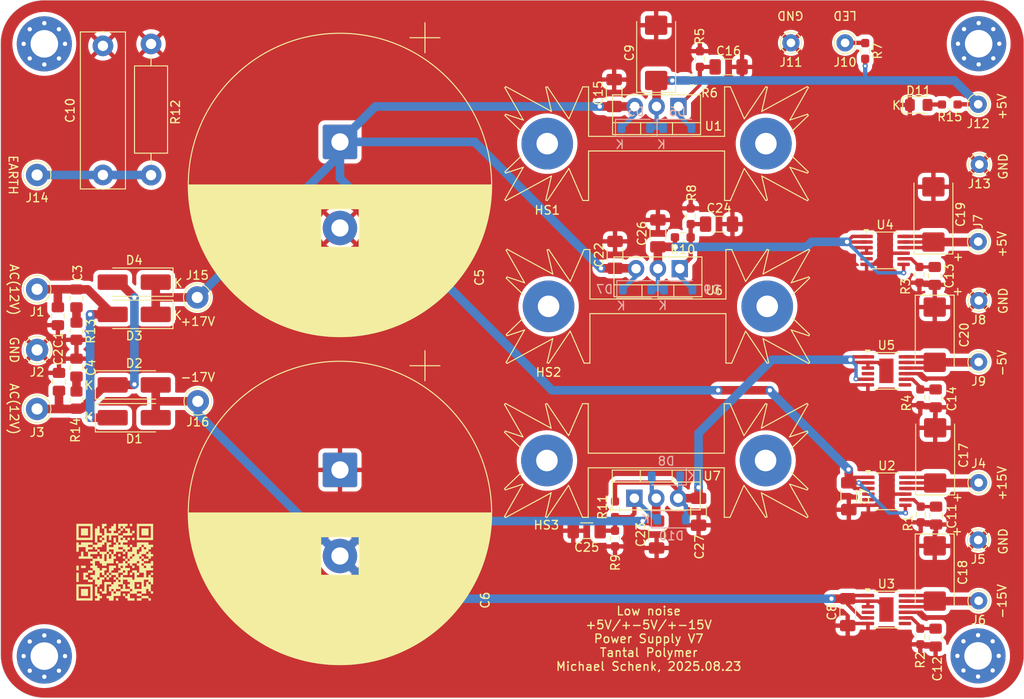
<source format=kicad_pcb>
(kicad_pcb (version 20241229) (generator "pcbnew") (generator_version "9.0")
  (layers (0 "F.Cu" signal) (2 "B.Cu" signal) (13 "F.Paste" user) (15 "B.Paste" user) (5 "F.SilkS" user "F.Silkscreen") (7 "B.SilkS" user "B.Silkscreen") (1 "F.Mask" user) (3 "B.Mask" user) (25 "Edge.Cuts" user))
  (net 0 "")
  (net 1 "+17V")
  (net 2 "Net-(D1-K)")
  (net 3 "Net-(D2-K)")
  (net 4 "GND")
  (net 5 "-17V")
  (net 6 "Net-(D5-A)")
  (net 7 "Net-(J14-Pin_1)")
  (net 8 "Net-(U2-SET)")
  (net 9 "Net-(U3-SET)")
  (net 10 "Net-(U4-SET)")
  (net 11 "Net-(U5-SET)")
  (net 12 "Net-(C3-Pad2)")
  (net 13 "Net-(C4-Pad2)")
  (net 14 "Net-(D6-A)")
  (net 15 "Net-(J4-Pin_1)")
  (net 16 "Net-(J6-Pin_1)")
  (net 17 "Net-(J7-Pin_1)")
  (net 18 "Net-(J9-Pin_1)")
  (net 19 "Net-(D9-A)")
  (net 20 "Net-(D10-K)")
  (net 21 "Net-(D7-A)")
  (net 22 "Net-(D10-A)")
  (net 23 "Net-(J10-Pin_1)")
  (net 30 "Net-(D11-A)")
  (footprint "Capacitor_SMD:C_0805_2012Metric_Pad1.18x1.45mm_HandSolder" (layer "F.Cu") (at 108.712 86.2367 -90)
    (property "Reference" "C1")
    (property "Value" "Cx/10nF/50V")
  )
  (footprint "Capacitor_SMD:C_0805_2012Metric_Pad1.18x1.45mm_HandSolder" (layer "F.Cu") (at 108.839 93.8567 -90)
    (property "Reference" "C2")
    (property "Value" "Cx/10nF/50V")
  )
  (footprint "Capacitor_SMD:C_0805_2012Metric_Pad1.18x1.45mm_HandSolder" (layer "F.Cu") (at 110.871 84.1617 -90)
    (property "Reference" "C3")
    (property "Value" "Cs/50V")
  )
  (footprint "Capacitor_SMD:C_0805_2012Metric_Pad1.18x1.45mm_HandSolder" (layer "F.Cu") (at 110.871 92.2057 -90)
    (property "Reference" "C4")
    (property "Value" "Cs/50V")
  )
  (footprint "Capacitor_THT:CP_Radial_D35.0mm_P10.00mm_SnapIn" (layer "F.Cu") (at 141.478 65.9892 -90)
    (property "Reference" "C5")
    (property "Value" "22000uF/25VDC")
  )
  (footprint "Capacitor_THT:CP_Radial_D35.0mm_P10.00mm_SnapIn" (layer "F.Cu") (at 141.478 104.0892 -90)
    (property "Reference" "C6")
    (property "Value" "22000uF/25VDC")
  )
  (footprint "Capacitor_SMD:C_1206_3216Metric_Pad1.33x1.80mm_HandSolder" (layer "F.Cu") (at 200.5838 107.1503 -90)
    (property "Reference" "C7")
    (property "Value" "4.7uF/100V")
  )
  (footprint "Capacitor_SMD:C_1206_3216Metric_Pad1.33x1.80mm_HandSolder" (layer "F.Cu") (at 200.4568 120.6123 90)
    (property "Reference" "C8")
    (property "Value" "4.7uF/100V")
  )
  (footprint "Capacitor_SMD:C_1206_3216Metric_Pad1.33x1.80mm_HandSolder" (layer "F.Cu") (at 173.3296 60.3119 90)
    (property "Reference" "C15")
    (property "Value" "4.7uF/100V")
  )
  (footprint "Capacitor_SMD:C_1206_3216Metric_Pad1.33x1.80mm_HandSolder" (layer "F.Cu") (at 186.6261 57.277)
    (property "Reference" "C16")
    (property "Value" "4.7uF/100V")
  )
  (footprint "Capacitor_Tantalum_SMD:CP_EIA-7343-31_Kemet-D_HandSolder" (layer "F.Cu") (at 210.6168 102.4057 90)
    (property "Reference" "C17")
    (property "Value" "47uF/25V")
  )
  (footprint "Capacitor_Tantalum_SMD:CP_EIA-7343-31_Kemet-D_HandSolder" (layer "F.Cu") (at 210.566 116.1217 -90)
    (property "Reference" "C18")
    (property "Value" "47uF/25V")
  )
  (footprint "Capacitor_Tantalum_SMD:CP_EIA-7343-31_Kemet-D_HandSolder" (layer "F.Cu") (at 210.4136 74.4149 90)
    (property "Reference" "C19")
    (property "Value" "47uF/25V")
  )
  (footprint "Capacitor_Tantalum_SMD:CP_EIA-7343-31_Kemet-D_HandSolder" (layer "F.Cu") (at 210.566 88.3849 -90)
    (property "Reference" "C20")
    (property "Value" "47uF/25V")
  )
  (footprint "Capacitor_SMD:C_1206_3216Metric_Pad1.33x1.80mm_HandSolder" (layer "F.Cu") (at 173.4312 79.1079 90)
    (property "Reference" "C22")
    (property "Value" "4.7uF/100V")
  )
  (footprint "Capacitor_SMD:C_1206_3216Metric_Pad1.33x1.80mm_HandSolder" (layer "F.Cu") (at 185.5093 75.5396)
    (property "Reference" "C24")
    (property "Value" "4.7uF/100V")
  )
  (footprint "Capacitor_SMD:C_1206_3216Metric_Pad1.33x1.80mm_HandSolder" (layer "F.Cu") (at 178.4096 76.6187 90)
    (property "Reference" "C26")
    (property "Value" "4.7uF/100V")
  )
  (footprint "Diode_SMD:D_SMA_Handsoldering" (layer "F.Cu") (at 117.5785 98.0262)
    (property "Reference" "D1")
    (property "Value" "BYG20D")
  )
  (footprint "Diode_SMD:D_SMA_Handsoldering" (layer "F.Cu") (at 117.5785 94.2162)
    (property "Reference" "D2")
    (property "Value" "BYG20D")
  )
  (footprint "Diode_SMD:D_SMA_Handsoldering" (layer "F.Cu") (at 117.5785 86.0247 180)
    (property "Reference" "D3")
    (property "Value" "BYG20D")
  )
  (footprint "Diode_SMD:D_SMA_Handsoldering" (layer "F.Cu") (at 117.5785 82.2782 180)
    (property "Reference" "D4")
    (property "Value" "BYG20D")
  )
  (footprint "MountingHole:MountingHole_3.2mm_M3_Pad_Via" (layer "F.Cu") (at 107.1372 54.5976)
    (property "Reference" "H1" (hide yes))
    (property "Value" "MountingHole")
  )
  (footprint "MountingHole:MountingHole_3.2mm_M3_Pad_Via" (layer "F.Cu") (at 215.6714 54.5846)
    (property "Reference" "H2" (hide yes))
    (property "Value" "MountingHole")
  )
  (footprint "MountingHole:MountingHole_3.2mm_M3_Pad_Via" (layer "F.Cu") (at 215.599944 125.6916)
    (property "Reference" "H3" (hide yes))
    (property "Value" "MountingHole")
  )
  (footprint "MountingHole:MountingHole_3.2mm_M3_Pad_Via" (layer "F.Cu") (at 107.1372 125.7176)
    (property "Reference" "H4" (hide yes))
    (property "Value" "MountingHole")
  )
  (footprint "Heatsink:Heatsink_Fischer_SK104-STC-STIC_35x13mm_2xDrill2.5mm" (layer "F.Cu") (at 178.2572 66.1924 180)
    (property "Reference" "HS1")
    (property "Value" "Heatsink")
  )
  (footprint "Heatsink:Heatsink_Fischer_SK104-STC-STIC_35x13mm_2xDrill2.5mm" (layer "F.Cu") (at 178.4096 85.09)
    (property "Reference" "HS2")
    (property "Value" "Heatsink")
  )
  (footprint "Connector_Pin:Pin_D1.3mm_L11.0mm" (layer "F.Cu") (at 106.299 83.1037)
    (property "Reference" "J1")
    (property "Value" "AC")
  )
  (footprint "Connector_Pin:Pin_D1.3mm_L11.0mm" (layer "F.Cu") (at 106.299 97.0102)
    (property "Reference" "J3")
    (property "Value" "AC")
  )
  (footprint "Connector_Pin:Pin_D1.0mm_L10.0mm" (layer "F.Cu") (at 215.6714 105.5751)
    (property "Reference" "J4")
    (property "Value" "+15V")
  )
  (footprint "Connector_Pin:Pin_D1.0mm_L10.0mm" (layer "F.Cu") (at 215.6206 112.2299)
    (property "Reference" "J5")
    (property "Value" "GND")
  )
  (footprint "Connector_Pin:Pin_D1.0mm_L10.0mm" (layer "F.Cu") (at 215.6714 119.2911)
    (property "Reference" "J6")
    (property "Value" "-15V")
  )
  (footprint "Connector_Pin:Pin_D1.0mm_L10.0mm" (layer "F.Cu") (at 215.6206 77.5716)
    (property "Reference" "J7")
    (property "Value" "+5V")
  )
  (footprint "Connector_Pin:Pin_D1.0mm_L10.0mm" (layer "F.Cu") (at 215.6841 84.4169)
    (property "Reference" "J8")
    (property "Value" "GND")
  )
  (footprint "Connector_Pin:Pin_D1.0mm_L10.0mm" (layer "F.Cu") (at 215.6714 91.5543)
    (property "Reference" "J9")
    (property "Value" "-5V")
  )
  (footprint "Connector_Pin:Pin_D1.0mm_L10.0mm" (layer "F.Cu") (at 200.152 54.483)
    (property "Reference" "J10")
    (property "Value" "LED")
  )
  (footprint "Connector_Pin:Pin_D1.0mm_L10.0mm" (layer "F.Cu") (at 193.8655 54.483)
    (property "Reference" "J11")
    (property "Value" "GND")
  )
  (footprint "Connector_Pin:Pin_D1.0mm_L10.0mm" (layer "F.Cu") (at 215.6206 61.6204)
    (property "Reference" "J12")
    (property "Value" "+5V")
  )
  (footprint "Connector_Pin:Pin_D1.0mm_L10.0mm" (layer "F.Cu") (at 215.7476 68.6054)
    (property "Reference" "J13")
    (property "Value" "GND")
  )
  (footprint "Resistor_SMD:R_0603_1608Metric_Pad0.98x0.95mm_HandSolder" (layer "F.Cu") (at 208.9404 109.2689 -90)
    (property "Reference" "R1")
    (property "Value" "150k")
  )
  (footprint "Resistor_SMD:R_0603_1608Metric_Pad0.98x0.95mm_HandSolder" (layer "F.Cu") (at 208.8896 123.4421 90)
    (property "Reference" "R2")
    (property "Value" "150k")
  )
  (footprint "Resistor_SMD:R_0603_1608Metric_Pad0.98x0.95mm_HandSolder" (layer "F.Cu") (at 208.788 81.4305 -90)
    (property "Reference" "R3")
    (property "Value" "49.9k")
  )
  (footprint "Resistor_SMD:R_0603_1608Metric_Pad0.98x0.95mm_HandSolder" (layer "F.Cu") (at 208.8896 95.6545 90)
    (property "Reference" "R4")
    (property "Value" "49.9k")
  )
  (footprint "Resistor_SMD:R_0603_1608Metric_Pad0.98x0.95mm_HandSolder" (layer "F.Cu") (at 183.2856 56.3645 90)
    (property "Reference" "R5")
    (property "Value" "750R")
  )
  (footprint "Resistor_SMD:R_0603_1608Metric_Pad0.98x0.95mm_HandSolder" (layer "F.Cu") (at 182.3693 58.848)
    (property "Reference" "R6")
    (property "Value" "249R")
  )
  (footprint "Resistor_SMD:R_0603_1608Metric_Pad0.98x0.95mm_HandSolder" (layer "F.Cu") (at 202.4888 55.4209 -90)
    (property "Reference" "R7")
    (property "Value" "240R")
  )
  (footprint "Resistor_SMD:R_0603_1608Metric_Pad0.98x0.95mm_HandSolder" (layer "F.Cu") (at 182.2196 74.6271 90)
    (property "Reference" "R8")
    (property "Value" "910R")
  )
  (footprint "Resistor_SMD:R_0603_1608Metric_Pad0.98x0.95mm_HandSolder" (layer "F.Cu") (at 181.3033 77.0636)
    (property "Reference" "R10")
    (property "Value" "240R")
  )
  (footprint "Package_TO_SOT_THT:TO-220-3_Vertical" (layer "F.Cu") (at 180.7972 61.8744 180)
    (property "Reference" "U1")
    (property "Value" "LM317_TO-220")
  )
  (footprint "Package_SO:MSOP-12-1EP_3x4.039mm_P0.65mm_EP1.651x2.845mm" (layer "F.Cu") (at 205.0071 106.5755)
    (property "Reference" "U2")
    (property "Value" "LT3045xMSE")
  )
  (footprint "Package_SO:MSOP-12-1EP_3x4.039mm_P0.65mm_EP1.651x2.845mm" (layer "F.Cu") (at 204.9563 120.308)
    (property "Reference" "U3")
    (property "Value" "LT3094xMSE")
  )
  (footprint "Package_SO:MSOP-12-1EP_3x4.039mm_P0.65mm_EP1.651x2.845mm" (layer "F.Cu") (at 204.8002 78.5914)
    (property "Reference" "U4")
    (property "Value" "LT3045xMSE")
  )
  (footprint "Package_SO:MSOP-12-1EP_3x4.039mm_P0.65mm_EP1.651x2.845mm" (layer "F.Cu") (at 204.9526 92.583)
    (property "Reference" "U5")
    (property "Value" "LT3094xMSE")
  )
  (footprint "Package_TO_SOT_THT:TO-220-3_Vertical" (layer "F.Cu") (at 180.9496 80.7085 180)
    (property "Reference" "U6")
    (property "Value" "LM317_TO-220")
  )
  (footprint "Capacitor_THT:C_Rect_L18.0mm_W5.0mm_P15.00mm_FKS3_FKP3" (layer "F.Cu") (at 113.9444 54.8316 -90)
    (property "Reference" "C10")
    (property "Value" "2.2nF/2kV")
  )
  (footprint "Connector_Pin:Pin_D1.3mm_L11.0mm" (layer "F.Cu") (at 106.299 69.8322)
    (property "Reference" "J14")
    (property "Value" "EARTH")
  )
  (footprint "Resistor_THT:R_Axial_DIN0411_L9.9mm_D3.6mm_P15.24mm_Horizontal" (layer "F.Cu") (at 119.5324 54.61 -90)
    (property "Reference" "R12")
    (property "Value" "100R/2W")
  )
  (footprint "Capacitor_SMD:C_0805_2012Metric_Pad1.18x1.45mm_HandSolder" (layer "F.Cu") (at 210.7184 109.3939 -90)
    (property "Reference" "C11")
    (property "Value" "470nF/50V")
  )
  (footprint "Capacitor_SMD:C_0805_2012Metric_Pad1.18x1.45mm_HandSolder" (layer "F.Cu") (at 210.6676 123.5671 90)
    (property "Reference" "C12")
    (property "Value" "470nF/50V")
  )
  (footprint "Capacitor_SMD:C_0805_2012Metric_Pad1.18x1.45mm_HandSolder" (layer "F.Cu") (at 210.566 81.5555 -90)
    (property "Reference" "C13")
    (property "Value" "470nF/50V")
  )
  (footprint "Capacitor_SMD:C_0805_2012Metric_Pad1.18x1.45mm_HandSolder" (layer "F.Cu") (at 210.6676 95.7795 90)
    (property "Reference" "C14")
    (property "Value" "470nF/50V")
  )
  (footprint "Resistor_SMD:R_0603_1608Metric_Pad0.98x0.95mm_HandSolder" (layer "F.Cu") (at 173.4312 108.6631 90)
    (property "Reference" "R11")
    (property "Value" "240R")
  )
  (footprint "Resistor_SMD:R_0603_1608Metric_Pad0.98x0.95mm_HandSolder" (layer "F.Cu") (at 173.4312 112.0629 90)
    (property "Reference" "R9")
    (property "Value" "910R")
  )
  (footprint "Package_TO_SOT_THT:TO-220-3_Vertical" (layer "F.Cu") (at 175.6791 107.3785)
    (property "Reference" "U7")
    (property "Value" "LM337_TO220")
  )
  (footprint "Heatsink:Heatsink_Fischer_SK104-STC-STIC_35x13mm_2xDrill2.5mm" (layer "F.Cu") (at 178.2191 102.997)
    (property "Reference" "HS3")
    (property "Value" "Heatsink")
  )
  (footprint "Capacitor_SMD:C_1206_3216Metric_Pad1.33x1.80mm_HandSolder" (layer "F.Cu") (at 178.2572 111.5953 90)
    (property "Reference" "C23")
    (property "Value" "4.7uF/100V")
  )
  (footprint "Capacitor_SMD:C_1206_3216Metric_Pad1.33x1.80mm_HandSolder" (layer "F.Cu") (at 170.1415 111.1504)
    (property "Reference" "C25")
    (property "Value" "4.7uF/100V")
  )
  (footprint "Capacitor_SMD:C_1206_3216Metric_Pad1.33x1.80mm_HandSolder" (layer "F.Cu") (at 183.134 108.9537 90)
    (property "Reference" "C27")
    (property "Value" "4.7uF/100V")
  )
  (footprint "Connector_Pin:Pin_D1.3mm_L11.0mm" (layer "F.Cu") (at 124.9045 84.0562)
    (property "Reference" "J15")
    (property "Value" "+17V")
  )
  (footprint "Connector_Pin:Pin_D1.3mm_L11.0mm" (layer "F.Cu") (at 124.968 96.1212)
    (property "Reference" "J16")
    (property "Value" "-17V")
  )
  (footprint "Connector_Pin:Pin_D1.3mm_L11.0mm" (layer "F.Cu") (at 106.299 90.1522)
    (property "Reference" "J2")
    (property "Value" "GND")
  )
  (footprint "Resistor_SMD:R_0603_1608Metric_Pad0.98x0.95mm_HandSolder" (layer "F.Cu") (at 212.3167 61.6458 180)
    (property "Reference" "R15")
    (property "Value" "330R")
  )
  (footprint "Capacitor_Tantalum_SMD:CP_EIA-7343-31_Kemet-D_HandSolder" (layer "F.Cu") (at 178.2064 55.6443 90)
    (property "Reference" "C9")
    (property "Value" "47uF/25V")
  )
  (footprint "Resistor_SMD:R_0805_2012Metric_Pad1.20x1.40mm_HandSolder" (layer "F.Cu") (at 110.871 95.9782 -90)
    (property "Reference" "R14")
    (property "Value" "Rs/1/8W")
  )
  (footprint "Resistor_SMD:R_0805_2012Metric_Pad1.20x1.40mm_HandSolder" (layer "F.Cu") (at 110.871 87.9772 -90)
    (property "Reference" "R13")
    (property "Value" "Rs/1/8W")
  )
  (footprint "LOGO" (layer "F.Cu") (at 115.316 114.808)
    (property "Reference" "G***" (hide yes))
    (property "Value" "LOGO" (hide yes))
  )
  (footprint "LED_SMD:LED_0805_2012Metric_Pad1.15x1.40mm_HandSolder" (layer "F.Cu") (at 208.7028 61.6966)
    (property "Reference" "D11")
    (property "Value" "LED")
  )
  (footprint "Diode_SMD:D_SOD-123" (layer "B.Cu") (at 175.8432 64.3636)
    (property "Reference" "D5")
    (property "Value" "1N4148W")
  )
  (footprint "Diode_SMD:D_SOD-123" (layer "B.Cu") (at 180.6692 64.3636)
    (property "Reference" "D6")
    (property "Value" "1N4148W")
  )
  (footprint "Diode_SMD:D_SOD-123" (layer "B.Cu") (at 175.9976 83.1088)
    (property "Reference" "D7")
    (property "Value" "1N4148W")
  )
  (footprint "Diode_SMD:D_SOD-123" (layer "B.Cu") (at 180.7708 83.1088)
    (property "Reference" "D9")
    (property "Value" "1N4148W")
  )
  (footprint "Diode_SMD:D_SOD-123" (layer "B.Cu") (at 180.0088 109.8296)
    (property "Reference" "D10")
    (property "Value" "1N4148W")
  )
  (footprint "Diode_SMD:D_SOD-123" (layer "B.Cu") (at 179.3484 104.8512 180)
    (property "Reference" "D8")
    (property "Value" "1N4148W")
  )
  (gr_arc (start 215.9292 49.53) (mid 219.464734 50.994466) (end 220.9292 54.53) (stroke (width 0.05)) (layer "Edge.Cuts"))
  (gr_line (start 220.9292 54.53) (end 220.9292 125.556) (stroke (width 0.05)) (layer "Edge.Cuts"))
  (gr_arc (start 220.9292 125.556) (mid 219.464734 129.091534) (end 215.9292 130.556) (stroke (width 0.05)) (layer "Edge.Cuts"))
  (gr_arc (start 107.0572 130.556) (mid 103.521666 129.091534) (end 102.0572 125.556) (stroke (width 0.05)) (layer "Edge.Cuts"))
  (gr_line (start 102.0572 125.556) (end 102.0572 54.53) (stroke (width 0.05)) (layer "Edge.Cuts"))
  (gr_line (start 215.9292 130.556) (end 107.0572 130.556) (stroke (width 0.05)) (layer "Edge.Cuts"))
  (gr_arc (start 102.0572 54.53) (mid 103.521666 50.994466) (end 107.0572 49.53) (stroke (width 0.05)) (layer "Edge.Cuts"))
  (gr_line (start 107.0572 49.53) (end 215.9292 49.53) (stroke (width 0.05)) (layer "Edge.Cuts"))
  (gr_text "+17V" (at 124.968 86.8502 0) (layer "F.SilkS") (effects (font (size 1 1))))
  (gr_text "-17V" (at 124.968 93.3272 0) (layer "F.SilkS") (effects (font (size 1 1))))
  (gr_text "K" (at 122.6185 86.1517 0) (layer "F.SilkS") (effects (font (size 1 1))))
  (gr_text "K" (at 112.3315 94.2797 0) (layer "F.SilkS") (effects (font (size 1 1))))
  (gr_text "K" (at 112.3315 97.9627 0) (layer "F.SilkS") (effects (font (size 1 1))))
  (gr_text "AC(12V)" (at 103.632 83.1672 270) (layer "F.SilkS") (effects (font (size 1 1))))
  (gr_text "AC(12V)" (at 103.632 97.0102 270) (layer "F.SilkS") (effects (font (size 1 1))))
  (gr_text "EARTH" (at 103.505 69.8322 -90) (layer "F.SilkS") (effects (font (size 1 1))))
  (gr_text "GND" (at 193.802 51.308 180) (layer "F.SilkS") (effects (font (size 1 1))))
  (gr_text "LED" (at 200.152 51.308 180) (layer "F.SilkS") (effects (font (size 1 1))))
  (gr_text "+5V" (at 218.3892 77.8764 90) (layer "F.SilkS") (effects (font (size 1 1))))
  (gr_text "-5V" (at 218.3892 91.6686 90) (layer "F.SilkS") (effects (font (size 1 1))))
  (gr_text "GND" (at 218.5162 68.834 90) (layer "F.SilkS") (effects (font (size 1 1))))
  (gr_text "GND" (at 218.5162 84.455 90) (layer "F.SilkS") (effects (font (size 1 1))))
  (gr_text "GND" (at 218.5162 112.395 90) (layer "F.SilkS") (effects (font (size 1 1))))
  (gr_text "-15V" (at 218.3892 119.3546 90) (layer "F.SilkS") (effects (font (size 1 1))))
  (gr_text "+15V" (at 218.3892 105.6386 90) (layer "F.SilkS") (effects (font (size 1 1))))
  (gr_text "GND" (at 103.632 90.1522 270) (layer "F.SilkS") (effects (font (size 1 1))))
  (gr_text "K" (at 122.682 82.4052 0) (layer "F.SilkS") (effects (font (size 1 1))))
  (gr_text "+" (at 212.4964 107.823 0) (layer "F.SilkS") (effects (font (size 1 1)) (justify left bottom)))
  (gr_text "K" (at 206.121 61.7474 0) (layer "F.SilkS") (effects (font (size 1 1))))
  (gr_text "+" (at 212.5726 79.9084 0) (layer "F.SilkS") (effects (font (size 1 1)) (justify left bottom)))
  (gr_text "Low noise\n+5V/+-5V/+-15V\nPower Supply V7\nTantal Polymer\nMichael Schenk, 2025.08.23" (at 177.3428 123.698 0) (layer "F.SilkS") (effects (font (size 1 1))))
  (gr_text "+5V" (at 218.3892 61.8998 90) (layer "F.SilkS") (effects (font (size 1 1))))
  (gr_text "+" (at 212.4456 111.7854 0) (layer "F.SilkS") (effects (font (size 1 1)) (justify left bottom)))
  (gr_text "+" (at 212.5218 83.8962 0) (layer "F.SilkS") (effects (font (size 1 1)) (justify left bottom)))
  (gr_text "K" (at 182.3212 104.8004 -0) (layer "B.SilkS") (effects (font (size 1 1)) (justify mirror)))
  (gr_text "K" (at 176.9872 109.7788 -0) (layer "B.SilkS") (effects (font (size 1 1)) (justify mirror)))
  (gr_text "K" (at 174.1424 85.0392 -0) (layer "B.SilkS") (effects (font (size 1 1)) (justify mirror)))
  (gr_text "K" (at 178.9684 84.9884 -0) (layer "B.SilkS") (effects (font (size 1 1)) (justify mirror)))
  (gr_text "K" (at 173.99 66.294 -0) (layer "B.SilkS") (effects (font (size 1 1)) (justify mirror)))
  (gr_text "K" (at 178.816 66.294 -0) (layer "B.SilkS") (effects (font (size 1 1)) (justify mirror)))
  (segment (start 120.0785 84.0562) (end 120.0785 82.2782) (width 1) (layer "F.Cu") (net 1))
  (segment (start 175.8315 80.6704) (end 175.8696 80.7085) (width 1) (layer "F.Cu") (net 1))
  (segment (start 207.1571 108.2005) (end 207.1571 109.075) (width 0.4) (layer "F.Cu") (net 1))
  (segment (start 202.8571 105.6005) (end 201.7522 105.6005) (width 0.4) (layer "F.Cu") (net 1))
  (segment (start 200.5838 104.0638) (end 200.5584 104.0384) (width 1) (layer "F.Cu") (net 1))
  (segment (start 200.5838 105.5878) (end 200.5838 104.0638) (width 1) (layer "F.Cu") (net 1))
  (segment (start 173.3296 61.8744) (end 175.7172 61.8744) (width 1) (layer "F.Cu") (net 1))
  (segment (start 173.4312 80.6704) (end 171.8056 80.6704) (width 1) (layer "F.Cu") (net 1))
  (segment (start 173.3296 61.8744) (end 171.6532 61.8744) (width 1) (layer "F.Cu") (net 1))
  (segment (start 202.8571 106.2505) (end 201.2465 106.2505) (width 0.4) (layer "F.Cu") (net 1))
  (segment (start 124.9045 84.0562) (end 120.0785 84.0562) (width 1) (layer "F.Cu") (net 1))
  (segment (start 201.7522 105.6005) (end 200.5965 105.6005) (width 0.4) (layer "F.Cu") (net 1))
  (segment (start 173.4312 80.6704) (end 175.8315 80.6704) (width 1) (layer "F.Cu") (net 1))
  (segment (start 191.4144 94.8436) (end 185.42 94.8436) (width 1) (layer "F.Cu") (net 1))
  (segment (start 201.2465 106.2505) (end 200.5838 105.5878) (width 0.4) (layer "F.Cu") (net 1))
  (segment (start 207.1571 109.075) (end 207.1751 109.093) (width 0.4) (layer "F.Cu") (net 1))
  (segment (start 201.2211 104.9505) (end 200.5838 105.5878) (width 0.4) (layer "F.Cu") (net 1))
  (segment (start 202.8571 104.9505) (end 201.2211 104.9505) (width 0.4) (layer "F.Cu") (net 1))
  (segment (start 200.5965 105.6005) (end 200.5838 105.5878) (width 0.4) (layer "F.Cu") (net 1))
  (segment (start 202.8571 106.9005) (end 202.8571 106.2505) (width 0.4) (layer "F.Cu") (net 1))
  (segment (start 120.0785 86.0247) (end 120.0785 84.0562) (width 1) (layer "F.Cu") (net 1))
  (via (at 171.8056 80.6704) (size 1) (drill 0.5) (layers "F.Cu" "B.Cu") (net 1))
  (via (at 185.42 94.8436) (size 1) (drill 0.5) (layers "F.Cu" "B.Cu") (net 1))
  (via (at 200.5584 104.0384) (size 1) (drill 0.5) (layers "F.Cu" "B.Cu") (net 1))
  (via (at 201.7522 105.6005) (size 0.6) (drill 0.3) (layers "F.Cu" "B.Cu") (net 1))
  (via (at 191.4144 94.8436) (size 1) (drill 0.5) (layers "F.Cu" "B.Cu") (net 1))
  (via (at 207.1751 109.093) (size 0.6) (drill 0.3) (layers "F.Cu" "B.Cu") (net 1))
  (via (at 171.6532 61.8744) (size 1) (drill 0.5) (layers "F.Cu" "B.Cu") (net 1))
  (segment (start 175.8696 81.5868) (end 174.3476 83.1088) (width 0.5) (layer "B.Cu") (net 1))
  (segment (start 175.8696 80.7085) (end 175.8696 81.5868) (width 0.5) (layer "B.Cu") (net 1))
  (segment (start 166.116 94.8436) (end 141.478 70.2056) (width 1) (layer "B.Cu") (net 1))
  (segment (start 175.7172 61.8744) (end 175.7172 62.8396) (width 0.5) (layer "B.Cu") (net 1))
  (segment (start 171.6532 61.8744) (end 145.5928 61.8744) (width 1) (layer "B.Cu") (net 1))
  (segment (start 185.42 94.8436) (end 166.116 94.8436) (width 1) (layer "B.Cu") (net 1))
  (segment (start 191.4144 94.8436) (end 191.4144 94.8944) (width 1) (layer "B.Cu") (net 1))
  (segment (start 141.478 67.4827) (end 141.478 65.9892) (width 1) (layer "B.Cu") (net 1))
  (segment (start 175.7172 62.8396) (end 174.1932 64.3636) (width 0.5) (layer "B.Cu") (net 1))
  (segment (start 205.2447 109.093) (end 201.7522 105.6005) (width 0.4) (layer "B.Cu") (net 1))
  (segment (start 124.9045 84.0562) (end 141.478 67.4827) (width 1) (layer "B.Cu") (net 1))
  (segment (start 157.1244 65.9892) (end 141.478 65.9892) (width 1) (layer "B.Cu") (net 1))
  (segment (start 191.4144 94.8944) (end 200.5584 104.0384) (width 1) (layer "B.Cu") (net 1))
  (segment (start 171.8056 80.6704) (end 157.1244 65.9892) (width 1) (layer "B.Cu") (net 1))
  (segment (start 145.5928 61.8744) (end 141.478 65.9892) (width 1) (layer "B.Cu") (net 1))
  (segment (start 207.1751 109.093) (end 205.2447 109.093) (width 0.4) (layer "B.Cu") (net 1))
  (segment (start 141.478 70.2056) (end 141.478 65.9892) (width 1) (layer "B.Cu") (net 1))
  (segment (start 115.0785 98.0262) (end 112.4585 98.0262) (width 1) (layer "F.Cu") (net 2))
  (segment (start 108.6485 83.1037) (end 110.8505 83.1037) (width 1) (layer "F.Cu") (net 2))
  (segment (start 110.871 83.1242) (end 112.178 83.1242) (width 1) (layer "F.Cu") (net 2))
  (segment (start 112.178 83.1242) (end 115.0785 86.0247) (width 1) (layer "F.Cu") (net 2))
  (segment (start 108.712 83.1672) (end 108.6485 83.1037) (width 1) (layer "F.Cu") (net 2))
  (segment (start 110.8505 83.1037) (end 110.871 83.1242) (width 1) (layer "F.Cu") (net 2))
  (segment (start 108.712 85.1992) (end 108.712 83.1672) (width 1) (layer "F.Cu") (net 2))
  (segment (start 115.0785 86.0247) (end 112.4585 86.0247) (width 1) (layer "F.Cu") (net 2))
  (segment (start 106.299 83.1037) (end 108.6485 83.1037) (width 1) (layer "F.Cu") (net 2))
  (via (at 112.4585 98.0262) (size 1) (drill 0.5) (layers "F.Cu" "B.Cu") (net 2))
  (via (at 112.4585 86.0247) (size 1) (drill 0.5) (layers "F.Cu" "B.Cu") (net 2))
  (segment (start 112.4585 98.0262) (end 112.4585 86.0247) (width 1) (layer "B.Cu") (net 2))
  (segment (start 111.4665 96.9782) (end 114.2285 94.2162) (width 1) (layer "F.Cu") (net 3))
  (segment (start 109.22 97.0102) (end 110.839 97.0102) (width 1) (layer "F.Cu") (net 3))
  (segment (start 115.824 82.2782) (end 117.602 84.0562) (width 1) (layer "F.Cu") (net 3))
  (segment (start 115.0785 94.2162) (end 117.5385 94.2162) (width 1) (layer "F.Cu") (net 3))
  (segment (start 110.871 96.9782) (end 111.4665 96.9782) (width 1) (layer "F.Cu") (net 3))
  (segment (start 114.2285 94.2162) (end 115.0785 94.2162) (width 1) (layer "F.Cu") (net 3))
  (segment (start 108.839 96.6292) (end 109.22 97.0102) (width 1) (layer "F.Cu") (net 3))
  (segment (start 106.299 97.0102) (end 109.22 97.0102) (width 1) (layer "F.Cu") (net 3))
  (segment (start 108.839 94.8942) (end 108.839 96.6292) (width 1) (layer "F.Cu") (net 3))
  (segment (start 117.5385 94.2162) (end 117.602 94.1527) (width 0.5) (layer "F.Cu") (net 3))
  (segment (start 110.839 97.0102) (end 110.871 96.9782) (width 1) (layer "F.Cu") (net 3))
  (via (at 117.602 84.0562) (size 1) (drill 0.5) (layers "F.Cu" "B.Cu") (net 3))
  (via (at 117.602 94.1527) (size 1) (drill 0.5) (layers "F.Cu" "B.Cu") (net 3))
  (segment (start 117.602 94.1527) (end 117.602 84.0562) (width 1) (layer "B.Cu") (net 3))
  (segment (start 202.8063 121.933) (end 200.6986 121.933) (width 0.4) (layer "F.Cu") (net 4))
  (segment (start 207.1026 92.908) (end 209.03652 92.908) (width 0.4) (layer "F.Cu") (net 4))
  (segment (start 206.9502 78.9164) (end 205.1252 78.9164) (width 0.4) (layer "F.Cu") (net 4))
  (segment (start 207.1063 120.633) (end 209.02472 120.633) (width 0.4) (layer "F.Cu") (net 4))
  (segment (start 205.3321 106.9005) (end 205.0071 106.5755) (width 0.4) (layer "F.Cu") (net 4))
  (segment (start 202.8571 109.7661) (end 202.8698 109.7788) (width 0.4) (layer "F.Cu") (net 4))
  (segment (start 202.8571 108.2005) (end 202.8571 109.7661) (width 0.4) (layer "F.Cu") (net 4))
  (segment (start 204.8002 78.852692) (end 204.8002 78.5914) (width 0.4) (layer "F.Cu") (net 4))
  (segment (start 207.1571 106.9005) (end 205.3321 106.9005) (width 0.4) (layer "F.Cu") (net 4))
  (segment (start 205.1252 78.9164) (end 204.8002 78.5914) (width 0.4) (layer "F.Cu") (net 4))
  (segment (start 203.643392 108.2005) (end 205.0071 106.836792) (width 0.4) (layer "F.Cu") (net 4))
  (segment (start 209.02472 120.633) (end 209.70212 121.3104) (width 0.4) (layer "F.Cu") (net 4))
  (segment (start 209.65132 93.5228) (end 212.9028 93.5228) (width 0.4) (layer "F.Cu") (net 4))
  (segment (start 209.70212 121.3104) (end 212.344 121.3104) (width 0.4) (layer "F.Cu") (net 4))
  (segment (start 200.0806 108.2005) (end 200.0631 108.218) (width 0.4) (layer "F.Cu") (net 4))
  (segment (start 202.8571 108.2005) (end 203.643392 108.2005) (width 0.4) (layer "F.Cu") (net 4))
  (segment (start 202.8063 121.933) (end 202.8063 123.27) (width 0.4) (layer "F.Cu") (net 4))
  (segment (start 200.0298 121.933) (end 200.0123 121.9505) (width 0.4) (layer "F.Cu") (net 4))
  (segment (start 200.6213 94.208) (end 200.5965 94.1832) (width 0.4) (layer "F.Cu") (net 4))
  (segment (start 202.8026 94.208) (end 200.6213 94.208) (width 0.4) (layer "F.Cu") (net 4))
  (segment (start 202.8026 96.0411) (end 202.7809 96.0628) (width 0.4) (layer "F.Cu") (net 4))
  (segment (start 202.8571 108.2005) (end 201.0961 108.2005) (width 0.4) (layer "F.Cu") (net 4))
  (segment (start 209.03652 92.908) (end 209.65132 93.5228) (width 0.4) (layer "F.Cu") (net 4))
  (segment (start 202.8063 123.27) (end 202.8317 123.2954) (width 0.4) (layer "F.Cu") (net 4))
  (segment (start 205.0071 106.836792) (end 205.0071 106.5755) (width 0.4) (layer "F.Cu") (net 4))
  (segment (start 203.436492 80.2164) (end 204.8002 78.852692) (width 0.4) (layer "F.Cu") (net 4))
  (segment (start 202.6502 80.2164) (end 203.436492 80.2164) (width 0.4) (layer "F.Cu") (net 4))
  (segment (start 200.6986 121.933) (end 200.4568 122.1748) (width 0.4) (layer "F.Cu") (net 4))
  (segment (start 202.8026 94.208) (end 202.8026 96.0411) (width 0.4) (layer "F.Cu") (net 4))
  (segment (start 201.0961 108.2005) (end 200.5838 108.7128) (width 0.4) (layer "F.Cu") (net 4))
  (segment (start 120.0785 96.1212) (end 120.0785 94.2162) (width 1) (layer "F.Cu") (net 5))
  (segment (start 178.2191 107.3785) (end 178.2191 109.9947) (width 1) (layer "F.Cu") (net 5))
  (segment (start 200.4568 119.719792) (end 200.4568 119.0498) (width 0.4) (layer "F.Cu") (net 5))
  (segment (start 203.9813 119.333) (end 204.9563 120.308) (width 0.4) (layer "F.Cu") (net 5))
  (segment (start 178.2191 109.9947) (end 178.2572 110.0328) (width 1) (layer "F.Cu") (net 5))
  (segment (start 200.74 119.333) (end 200.4568 119.0498) (width 0.4) (layer "F.Cu") (net 5))
  (segment (start 124.968 96.1212) (end 120.0785 96.1212) (width 1) (layer "F.Cu") (net 5))
  (segment (start 202.8063 119.983) (end 202.8063 119.333) (width 0.4) (layer "F.Cu") (net 5))
  (segment (start 200.0898 118.683) (end 200.0123 118.7605) (width 0.4) (layer "F.Cu") (net 5))
  (segment (start 202.8063 121.283) (end 202.020008 121.283) (width 0.4) (layer "F.Cu") (net 5))
  (segment (start 202.8063 119.333) (end 200.74 119.333) (width 0.4) (layer "F.Cu") (net 5))
  (segment (start 200.8236 118.683) (end 200.4568 119.0498) (width 0.4) (layer "F.Cu") (net 5))
  (segment (start 202.8063 118.683) (end 200.8236 118.683) (width 0.4) (layer "F.Cu") (net 5))
  (segment (start 178.2572 110.0328) (end 176.6316 110.0328) (width 1) (layer "F.Cu") (net 5))
  (segment (start 202.020008 121.283) (end 200.4568 119.719792) (width 0.4) (layer "F.Cu") (net 5))
  (segment (start 202.8063 119.333) (end 203.9813 119.333) (width 0.4) (layer "F.Cu") (net 5))
  (segment (start 200.4568 119.0498) (end 198.5772 119.0498) (width 1) (layer "F.Cu") (net 5))
  (segment (start 120.0785 98.0262) (end 120.0785 96.1212) (width 1) (layer "F.Cu") (net 5))
  (via (at 198.5772 119.0498) (size 1) (drill 0.5) (layers "F.Cu" "B.Cu") (net 5))
  (via (at 176.6316 110.0328) (size 1) (drill 0.5) (layers "F.Cu" "B.Cu") (net 5))
  (segment (start 198.5772 119.0498) (end 146.4386 119.0498) (width 1) (layer "B.Cu") (net 5))
  (segment (start 176.6316 110.0328) (end 145.5344 110.0328) (width 1) (layer "B.Cu") (net 5))
  (segment (start 177.6984 104.8512) (end 177.6984 106.8578) (width 0.5) (layer "B.Cu") (net 5))
  (segment (start 146.4386 119.0498) (end 141.478 114.0892) (width 1) (layer "B.Cu") (net 5))
  (segment (start 141.478 114.0892) (end 124.968 97.5792) (width 1) (layer "B.Cu") (net 5))
  (segment (start 145.5344 110.0328) (end 141.478 114.0892) (width 1) (layer "B.Cu") (net 5))
  (segment (start 124.968 97.5792) (end 124.968 96.1212) (width 1) (layer "B.Cu") (net 5))
  (segment (start 177.6984 106.8578) (end 178.2191 107.3785) (width 0.5) (layer "B.Cu") (net 5))
  (segment (start 213.2546 61.6204) (end 213.2292 61.6458) (width 0.5) (layer "F.Cu") (net 6))
  (segment (start 181.453 58.8518) (end 181.4568 58.848) (width 0.5) (layer "F.Cu") (net 6))
  (segment (start 178.2572 58.9026) (end 178.2064 58.8518) (width 1) (layer "F.Cu") (net 6))
  (segment (start 202.4888 56.3334) (end 202.4888 57.1754) (width 0.5) (layer "F.Cu") (net 6))
  (segment (start 178.2064 58.8518) (end 180.086 58.8518) (width 1) (layer "F.Cu") (net 6))
  (segment (start 178.2572 61.8744) (end 178.2572 58.9026) (width 1) (layer "F.Cu") (net 6))
  (segment (start 213.2673 61.6077) (end 213.2292 61.6458) (width 0.5) (layer "F.Cu") (net 6))
  (segment (start 215.6206 61.6204) (end 213.2546 61.6204) (width 0.5) (layer "F.Cu") (net 6))
  (segment (start 180.086 58.8518) (end 181.453 58.8518) (width 0.5) (layer "F.Cu") (net 6))
  (via (at 180.086 58.8518) (size 1) (drill 0.5) (layers "F.Cu" "B.Cu") (net 6))
  (via (at 202.4888 57.1754) (size 0.6) (drill 0.3) (layers "F.Cu" "B.Cu") (net 6))
  (segment (start 212.852 58.8518) (end 215.6206 61.6204) (width 1) (layer "B.Cu") (net 6))
  (segment (start 202.4888 58.8518) (end 212.852 58.8518) (width 1) (layer "B.Cu") (net 6))
  (segment (start 202.4888 57.1754) (end 202.4888 58.8518) (width 0.5) (layer "B.Cu") (net 6))
  (segment (start 180.086 58.8518) (end 202.4888 58.8518) (width 1) (layer "B.Cu") (net 6))
  (segment (start 177.4932 64.3636) (end 178.2572 64.3636) (width 0.5) (layer "B.Cu") (net 6))
  (segment (start 178.2572 64.3636) (end 179.0192 64.3636) (width 0.5) (layer "B.Cu") (net 6))
  (segment (start 178.2572 61.8744) (end 178.2572 64.3636) (width 0.5) (layer "B.Cu") (net 6))
  (segment (start 119.514 69.8316) (end 119.5324 69.85) (width 1) (layer "B.Cu") (net 7))
  (segment (start 113.9444 69.8316) (end 119.514 69.8316) (width 1) (layer "B.Cu") (net 7))
  (segment (start 106.299 69.8322) (end 113.9438 69.8322) (width 1) (layer "B.Cu") (net 7))
  (segment (start 113.9438 69.8322) (end 113.9444 69.8316) (width 1) (layer "B.Cu") (net 7))
  (segment (start 208.1345 107.5505) (end 208.9404 108.3564) (width 0.4) (layer "F.Cu") (net 8))
  (segment (start 207.1571 107.5505) (end 208.1345 107.5505) (width 0.4) (layer "F.Cu") (net 8))
  (segment (start 208.9404 108.3564) (end 210.7184 108.3564) (width 0.4) (layer "F.Cu") (net 8))
  (segment (start 207.1063 121.283) (end 207.892592 121.283) (width 0.4) (layer "F.Cu") (net 9))
  (segment (start 208.8896 122.280008) (end 208.8896 122.5296) (width 0.4) (layer "F.Cu") (net 9))
  (segment (start 207.892592 121.283) (end 208.8896 122.280008) (width 0.4) (layer "F.Cu") (net 9))
  (segment (start 208.8896 122.5296) (end 210.6676 122.5296) (width 0.4) (layer "F.Cu") (net 9))
  (segment (start 208.788 80.518) (end 210.566 80.518) (width 0.4) (layer "F.Cu") (net 10))
  (segment (start 207.8364 79.5664) (end 208.788 80.518) (width 0.4) (layer "F.Cu") (net 10))
  (segment (start 206.9502 79.5664) (end 207.8364 79.5664) (width 0.4) (layer "F.Cu") (net 10))
  (segment (start 207.1026 93.558) (end 207.9596 93.558) (width 0.4) (layer "F.Cu") (net 11))
  (segment (start 208.8896 94.488) (end 208.8896 94.742) (width 0.4) (layer "F.Cu") (net 11))
  (segment (start 208.8896 94.742) (end 210.6676 94.742) (width 0.4) (layer "F.Cu") (net 11))
  (segment (start 207.9596 93.558) (end 208.8896 94.488) (width 0.4) (layer "F.Cu") (net 11))
  (segment (start 110.871 86.9772) (end 110.871 85.1992) (width 1) (layer "F.Cu") (net 12))
  (segment (start 110.871 94.9782) (end 110.871 93.2432) (width 1) (layer "F.Cu") (net 13))
  (segment (start 183.2818 58.848) (end 183.2818 57.2808) (width 0.5) (layer "F.Cu") (net 14))
  (segment (start 183.2856 57.277) (end 185.0636 57.277) (width 0.5) (layer "F.Cu") (net 14))
  (segment (start 183.2818 58.848) (end 183.2818 59.3898) (width 0.4) (layer "F.Cu") (net 14))
  (segment (start 183.2818 57.2808) (end 183.2856 57.277) (width 0.5) (layer "F.Cu") (net 14))
  (segment (start 183.2818 59.3898) (end 180.7972 61.8744) (width 0.4) (layer "F.Cu") (net 14))
  (segment (start 180.7972 61.8744) (end 180.7972 62.8416) (width 0.5) (layer "B.Cu") (net 14))
  (segment (start 180.7972 62.8416) (end 182.3192 64.3636) (width 0.5) (layer "B.Cu") (net 14))
  (segment (start 207.1571 104.9505) (end 209.9541 104.9505) (width 0.4) (layer "F.Cu") (net 15))
  (segment (start 210.6041 105.6005) (end 210.6168 105.6132) (width 0.4) (layer "F.Cu") (net 15))
  (segment (start 215.6333 105.6132) (end 215.6714 105.5751) (width 1) (layer "F.Cu") (net 15))
  (segment (start 210.6168 105.6132) (end 215.6333 105.6132) (width 1) (layer "F.Cu") (net 15))
  (segment (start 207.1571 105.6005) (end 210.6041 105.6005) (width 0.4) (layer "F.Cu") (net 15))
  (segment (start 209.9541 104.9505) (end 210.6168 105.6132) (width 0.4) (layer "F.Cu") (net 15))
  (segment (start 209.9795 106.2505) (end 210.6168 105.6132) (width 0.4) (layer "F.Cu") (net 15))
  (segment (start 207.1571 106.2505) (end 209.9795 106.2505) (width 0.4) (layer "F.Cu") (net 15))
  (segment (start 209.9198 118.683) (end 210.566 119.3292) (width 0.4) (layer "F.Cu") (net 16))
  (segment (start 210.5622 119.333) (end 210.566 119.3292) (width 0.4) (layer "F.Cu") (net 16))
  (segment (start 215.6333 119.3292) (end 215.6714 119.2911) (width 1) (layer "F.Cu") (net 16))
  (segment (start 209.9122 119.983) (end 210.566 119.3292) (width 0.4) (layer "F.Cu") (net 16))
  (segment (start 207.1063 119.333) (end 210.5622 119.333) (width 0.4) (layer "F.Cu") (net 16))
  (segment (start 207.1063 119.983) (end 209.9122 119.983) (width 0.4) (layer "F.Cu") (net 16))
  (segment (start 210.566 119.3292) (end 215.6333 119.3292) (width 1) (layer "F.Cu") (net 16))
  (segment (start 207.1063 118.683) (end 209.9198 118.683) (width 0.4) (layer "F.Cu") (net 16))
  (segment (start 209.7696 78.2664) (end 210.4136 77.6224) (width 0.4) (layer "F.Cu") (net 17))
  (segment (start 215.5698 77.6224) (end 215.6206 77.5716) (width 1) (layer "F.Cu") (net 17))
  (segment (start 210.4136 77.6224) (end 215.5698 77.6224) (width 1) (layer "F.Cu") (net 17))
  (segment (start 206.9502 76.9664) (end 209.7576 76.9664) (width 0.4) (layer "F.Cu") (net 17))
  (segment (start 206.9502 78.2664) (end 209.7696 78.2664) (width 0.4) (layer "F.Cu") (net 17))
  (segment (start 210.4076 77.6164) (end 210.4136 77.6224) (width 0.4) (layer "F.Cu") (net 17))
  (segment (start 209.7576 76.9664) (end 210.4136 77.6224) (width 0.4) (layer "F.Cu") (net 17))
  (segment (start 206.9502 77.6164) (end 210.4076 77.6164) (width 0.4) (layer "F.Cu") (net 17))
  (segment (start 207.1026 90.958) (end 209.9316 90.958) (width 0.4) (layer "F.Cu") (net 18))
  (segment (start 210.5504 91.608) (end 210.566 91.5924) (width 0.4) (layer "F.Cu") (net 18))
  (segment (start 210.566 91.5924) (end 215.6333 91.5924) (width 1) (layer "F.Cu") (net 18))
  (segment (start 215.6333 91.5924) (end 215.6714 91.5543) (width 1) (layer "F.Cu") (net 18))
  (segment (start 209.9004 92.258) (end 210.566 91.5924) (width 0.4) (layer "F.Cu") (net 18))
  (segment (start 207.1026 92.258) (end 209.9004 92.258) (width 0.4) (layer "F.Cu") (net 18))
  (segment (start 207.1026 91.608) (end 210.5504 91.608) (width 0.4) (layer "F.Cu") (net 18))
  (segment (start 209.9316 90.958) (end 210.566 91.5924) (width 0.4) (layer "F.Cu") (net 18))
  (segment (start 182.2158 77.0636) (end 182.2158 79.4423) (width 0.5) (layer "F.Cu") (net 19))
  (segment (start 182.2158 75.5434) (end 182.2196 75.5396) (width 0.5) (layer "F.Cu") (net 19))
  (segment (start 182.2158 77.0636) (end 182.2158 75.5434) (width 0.5) (layer "F.Cu") (net 19))
  (segment (start 182.2158 79.4423) (end 180.9496 80.7085) (width 0.5) (layer "F.Cu") (net 19))
  (segment (start 182.2196 75.5396) (end 183.9468 75.5396) (width 0.5) (layer "F.Cu") (net 19))
  (segment (start 180.9496 80.7085) (end 180.9496 81.6376) (width 0.5) (layer "B.Cu") (net 19))
  (segment (start 180.9496 81.6376) (end 182.4208 83.1088) (width 0.5) (layer "B.Cu") (net 19))
  (segment (start 175.26 109.5756) (end 175.6791 109.1565) (width 0.5) (layer "F.Cu") (net 20))
  (segment (start 175.6791 109.1565) (end 175.6791 107.3785) (width 0.5) (layer "F.Cu") (net 20))
  (segment (start 173.4312 109.5756) (end 175.26 109.5756) (width 0.5) (layer "F.Cu") (net 20))
  (segment (start 173.4312 111.1504) (end 171.704 111.1504) (width 0.5) (layer "F.Cu") (net 20))
  (segment (start 173.4312 109.5756) (end 173.4312 111.1504) (width 0.5) (layer "F.Cu") (net 20))
  (segment (start 178.1302 109.8296) (end 175.6791 107.3785) (width 0.5) (layer "B.Cu") (net 20))
  (segment (start 178.3588 109.8296) (end 178.1302 109.8296) (width 0.5) (layer "B.Cu") (net 20))
  (segment (start 180.3908 78.1812) (end 180.3908 77.0636) (width 0.5) (layer "F.Cu") (net 21))
  (segment (start 206.9502 80.2164) (end 206.9502 81.1859) (width 0.4) (layer "F.Cu") (net 21))
  (segment (start 202.6502 76.9664) (end 201.0112 76.9664) (width 0.4) (layer "F.Cu") (net 21))
  (segment (start 200.4 77.6164) (end 200.3806 77.597) (width 0.4) (layer "F.Cu") (net 21))
  (segment (start 206.9502 81.1859) (end 206.9592 81.1949) (width 0.4) (layer "F.Cu") (net 21))
  (segment (start 202.6502 78.2664) (end 201.05 78.2664) (width 0.4) (layer "F.Cu") (net 21))
  (segment (start 201.05 78.2664) (end 200.3806 77.597) (width 0.4) (layer "F.Cu") (net 21))
  (segment (start 178.4096 80.7085) (end 178.4096 78.1812) (width 1) (layer "F.Cu") (net 21))
  (segment (start 202.6502 78.9164) (end 202.6502 78.2664) (width 0.4) (layer "F.Cu") (net 21))
  (segment (start 178.4096 78.1812) (end 180.3908 78.1812) (width 1) (layer "F.Cu") (net 21))
  (segment (start 201.0112 76.9664) (end 200.3806 77.597) (width 0.4) (layer "F.Cu") (net 21))
  (segment (start 202.6502 77.6164) (end 200.4 77.6164) (width 0.4) (layer "F.Cu") (net 21))
  (via (at 200.3806 77.597) (size 1) (drill 0.5) (layers "F.Cu" "B.Cu") (net 21))
  (via (at 206.9592 81.1949) (size 0.6) (drill 0.3) (layers "F.Cu" "B.Cu") (net 21))
  (via (at 180.3908 78.1812) (size 1) (drill 0.5) (layers "F.Cu" "B.Cu") (net 21))
  (segment (start 195.6816 78.1812) (end 196.2658 77.597) (width 1) (layer "B.Cu") (net 21))
  (segment (start 203.9785 81.1949) (end 200.3806 77.597) (width 0.4) (layer "B.Cu") (net 21))
  (segment (start 178.4096 83.1088) (end 177.6476 83.1088) (width 0.5) (layer "B.Cu") (net 21))
  (segment (start 179.1208 83.1088) (end 178.4096 83.1088) (width 0.5) (layer "B.Cu") (net 21))
  (segment (start 178.4096 80.7085) (end 178.4096 83.1088) (width 0.5) (layer "B.Cu") (net 21))
  (segment (start 196.2658 77.597) (end 200.3806 77.597) (width 1) (layer "B.Cu") (net 21))
  (segment (start 206.9592 81.1949) (end 203.9785 81.1949) (width 0.4) (layer "B.Cu") (net 21))
  (segment (start 180.3908 78.1812) (end 195.6816 78.1812) (width 1) (layer "B.Cu") (net 21))
  (segment (start 173.6344 105.5624) (end 173.4312 105.7656) (width 0.5) (layer "F.Cu") (net 22))
  (segment (start 201.472 93.558) (end 201.422 93.508) (width 0.4) (layer "F.Cu") (net 22))
  (segment (start 183.1213 107.3785) (end 183.134 107.3912) (width 1) (layer "F.Cu") (net 22))
  (segment (start 202.8026 92.258) (end 202.8026 91.608) (width 0.4) (layer "F.Cu") (net 22))
  (segment (start 179.832 105.5624) (end 173.6344 105.5624) (width 0.5) (layer "F.Cu") (net 22))
  (segment (start 203.9776 91.608) (end 204.9526 92.583) (width 0.4) (layer "F.Cu") (net 22))
  (segment (start 202.8026 91.608) (end 201.084182 91.608) (width 0.4) (layer "F.Cu") (net 22))
  (segment (start 173.4312 105.7656) (end 173.4312 107.7506) (width 0.5) (layer "F.Cu") (net 22))
  (segment (start 180.7591 107.3785) (end 183.1213 107.3785) (width 1) (layer "F.Cu") (net 22))
  (segment (start 201.10499 90.958) (end 200.769586 91.293404) (width 0.4) (layer "F.Cu") (net 22))
  (segment (start 183.134 107.3912) (end 183.134 106.1212) (width 1) (layer "F.Cu") (net 22))
  (segment (start 201.084182 91.608) (end 200.769586 91.293404) (width 0.4) (layer "F.Cu") (net 22))
  (segment (start 180.7591 106.4895) (end 179.832 105.5624) (width 0.5) (layer "F.Cu") (net 22))
  (segment (start 180.7591 107.3785) (end 180.7591 106.4895) (width 0.5) (layer "F.Cu") (net 22))
  (segment (start 202.8026 91.608) (end 203.9776 91.608) (width 0.4) (layer "F.Cu") (net 22))
  (segment (start 202.8026 90.958) (end 201.10499 90.958) (width 0.4) (layer "F.Cu") (net 22))
  (segment (start 202.8026 93.558) (end 201.472 93.558) (width 0.4) (layer "F.Cu") (net 22))
  (via (at 201.422 93.508) (size 0.6) (drill 0.3) (layers "F.Cu" "B.Cu") (net 22))
  (via (at 183.134 106.1212) (size 1) (drill 0.5) (layers "F.Cu" "B.Cu") (net 22))
  (via (at 200.769586 91.293404) (size 1) (drill 0.5) (layers "F.Cu" "B.Cu") (net 22))
  (segment (start 181.6588 108.2782) (end 180.7591 107.3785) (width 0.5) (layer "B.Cu") (net 22))
  (segment (start 191.662596 91.293404) (end 200.769586 91.293404) (width 1) (layer "B.Cu") (net 22))
  (segment (start 183.134 106.1212) (end 183.134 99.822) (width 1) (layer "B.Cu") (net 22))
  (segment (start 201.422 93.508) (end 201.422 91.945818) (width 0.4) (layer "B.Cu") (net 22))
  (segment (start 183.134 99.822) (end 191.662596 91.293404) (width 1) (layer "B.Cu") (net 22))
  (segment (start 201.422 91.945818) (end 200.769586 91.293404) (width 0.4) (layer "B.Cu") (net 22))
  (segment (start 180.9984 107.1392) (end 180.7591 107.3785) (width 0.5) (layer "B.Cu") (net 22))
  (segment (start 181.6588 109.8296) (end 181.6588 108.2782) (width 0.5) (layer "B.Cu") (net 22))
  (segment (start 180.9984 104.8512) (end 180.9984 107.1392) (width 0.5) (layer "B.Cu") (net 22))
  (segment (start 202.4634 54.483) (end 202.4888 54.5084) (width 0.5) (layer "F.Cu") (net 23))
  (segment (start 200.152 54.483) (end 202.4634 54.483) (width 0.5) (layer "F.Cu") (net 23))
  (segment (start 211.4042 61.6458) (end 209.7786 61.6458) (width 0.5) (layer "F.Cu") (net 30))
  (segment (start 209.7786 61.6458) (end 209.7278 61.6966) (width 0.5) (layer "F.Cu") (net 30))
  (zone (net 4) (net_name "GND") (layer "F.Cu") (connect_pads (clearance 0.508)) (min_thickness 0.254) (fill yes (thermal_gap 0.508) (thermal_bridge_width 0.508))
    (polygon (pts (xy 220.9292 130.56) (xy 102.0572 130.56) (xy 102.0572 49.53) (xy 220.9292 49.53)))
  )
)
</source>
